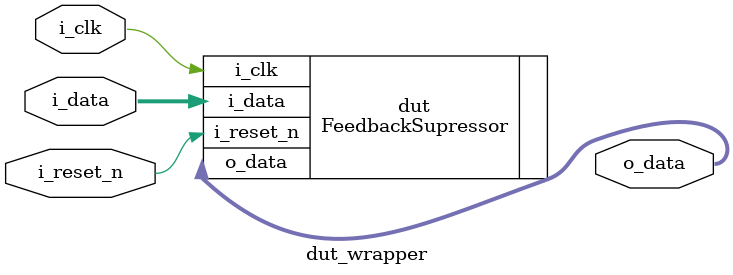
<source format=sv>
`timescale 1ps/1ps

module dut_wrapper(
    input wire i_clk,
    input wire i_reset_n,
    input wire [7:0] i_data,
    output wire [7:0] o_data
);

FeedbackSupressor dut (
    .i_clk(i_clk),
    .i_reset_n(i_reset_n),
    .i_data(i_data),
    .o_data(o_data)
);

endmodule
</source>
